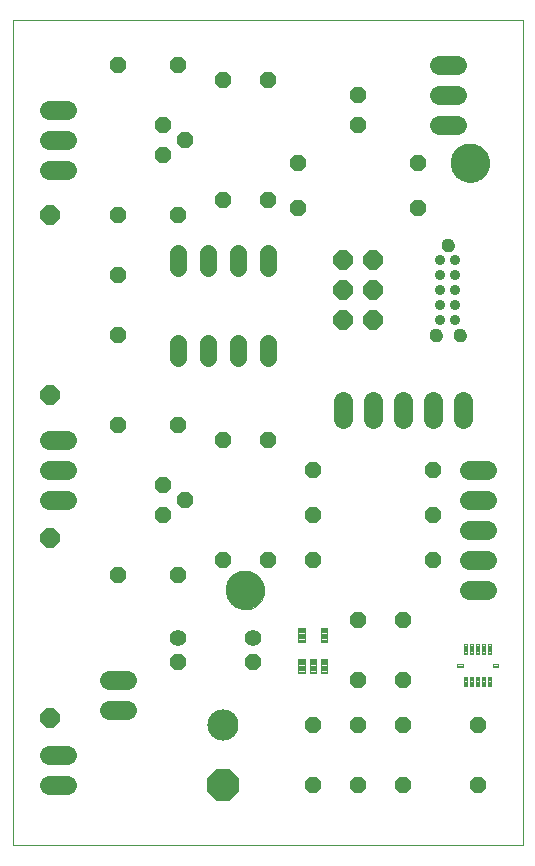
<source format=gts>
G75*
G70*
%OFA0B0*%
%FSLAX24Y24*%
%IPPOS*%
%LPD*%
%AMOC8*
5,1,8,0,0,1.08239X$1,22.5*
%
%ADD10C,0.0000*%
%ADD11C,0.1300*%
%ADD12C,0.0640*%
%ADD13C,0.0041*%
%ADD14C,0.1040*%
%ADD15OC8,0.1040*%
%ADD16OC8,0.0560*%
%ADD17C,0.0560*%
%ADD18C,0.0560*%
%ADD19OC8,0.0640*%
%ADD20C,0.0440*%
%ADD21C,0.0350*%
%ADD22C,0.0040*%
D10*
X003003Y000151D02*
X003003Y027651D01*
X020003Y027651D01*
X019996Y000151D01*
X003003Y000151D01*
X010123Y008651D02*
X010125Y008701D01*
X010131Y008751D01*
X010141Y008800D01*
X010155Y008848D01*
X010172Y008895D01*
X010193Y008940D01*
X010218Y008984D01*
X010246Y009025D01*
X010278Y009064D01*
X010312Y009101D01*
X010349Y009135D01*
X010389Y009165D01*
X010431Y009192D01*
X010475Y009216D01*
X010521Y009237D01*
X010568Y009253D01*
X010616Y009266D01*
X010666Y009275D01*
X010715Y009280D01*
X010766Y009281D01*
X010816Y009278D01*
X010865Y009271D01*
X010914Y009260D01*
X010962Y009245D01*
X011008Y009227D01*
X011053Y009205D01*
X011096Y009179D01*
X011137Y009150D01*
X011176Y009118D01*
X011212Y009083D01*
X011244Y009045D01*
X011274Y009005D01*
X011301Y008962D01*
X011324Y008918D01*
X011343Y008872D01*
X011359Y008824D01*
X011371Y008775D01*
X011379Y008726D01*
X011383Y008676D01*
X011383Y008626D01*
X011379Y008576D01*
X011371Y008527D01*
X011359Y008478D01*
X011343Y008430D01*
X011324Y008384D01*
X011301Y008340D01*
X011274Y008297D01*
X011244Y008257D01*
X011212Y008219D01*
X011176Y008184D01*
X011137Y008152D01*
X011096Y008123D01*
X011053Y008097D01*
X011008Y008075D01*
X010962Y008057D01*
X010914Y008042D01*
X010865Y008031D01*
X010816Y008024D01*
X010766Y008021D01*
X010715Y008022D01*
X010666Y008027D01*
X010616Y008036D01*
X010568Y008049D01*
X010521Y008065D01*
X010475Y008086D01*
X010431Y008110D01*
X010389Y008137D01*
X010349Y008167D01*
X010312Y008201D01*
X010278Y008238D01*
X010246Y008277D01*
X010218Y008318D01*
X010193Y008362D01*
X010172Y008407D01*
X010155Y008454D01*
X010141Y008502D01*
X010131Y008551D01*
X010125Y008601D01*
X010123Y008651D01*
X016903Y017151D02*
X016905Y017179D01*
X016911Y017206D01*
X016920Y017232D01*
X016933Y017257D01*
X016950Y017280D01*
X016969Y017300D01*
X016991Y017317D01*
X017015Y017331D01*
X017041Y017341D01*
X017068Y017348D01*
X017096Y017351D01*
X017124Y017350D01*
X017151Y017345D01*
X017178Y017336D01*
X017203Y017324D01*
X017226Y017309D01*
X017247Y017290D01*
X017265Y017269D01*
X017280Y017245D01*
X017291Y017219D01*
X017299Y017193D01*
X017303Y017165D01*
X017303Y017137D01*
X017299Y017109D01*
X017291Y017083D01*
X017280Y017057D01*
X017265Y017033D01*
X017247Y017012D01*
X017226Y016993D01*
X017203Y016978D01*
X017178Y016966D01*
X017151Y016957D01*
X017124Y016952D01*
X017096Y016951D01*
X017068Y016954D01*
X017041Y016961D01*
X017015Y016971D01*
X016991Y016985D01*
X016969Y017002D01*
X016950Y017022D01*
X016933Y017045D01*
X016920Y017070D01*
X016911Y017096D01*
X016905Y017123D01*
X016903Y017151D01*
X017703Y017151D02*
X017705Y017179D01*
X017711Y017206D01*
X017720Y017232D01*
X017733Y017257D01*
X017750Y017280D01*
X017769Y017300D01*
X017791Y017317D01*
X017815Y017331D01*
X017841Y017341D01*
X017868Y017348D01*
X017896Y017351D01*
X017924Y017350D01*
X017951Y017345D01*
X017978Y017336D01*
X018003Y017324D01*
X018026Y017309D01*
X018047Y017290D01*
X018065Y017269D01*
X018080Y017245D01*
X018091Y017219D01*
X018099Y017193D01*
X018103Y017165D01*
X018103Y017137D01*
X018099Y017109D01*
X018091Y017083D01*
X018080Y017057D01*
X018065Y017033D01*
X018047Y017012D01*
X018026Y016993D01*
X018003Y016978D01*
X017978Y016966D01*
X017951Y016957D01*
X017924Y016952D01*
X017896Y016951D01*
X017868Y016954D01*
X017841Y016961D01*
X017815Y016971D01*
X017791Y016985D01*
X017769Y017002D01*
X017750Y017022D01*
X017733Y017045D01*
X017720Y017070D01*
X017711Y017096D01*
X017705Y017123D01*
X017703Y017151D01*
X017303Y020151D02*
X017305Y020179D01*
X017311Y020206D01*
X017320Y020232D01*
X017333Y020257D01*
X017350Y020280D01*
X017369Y020300D01*
X017391Y020317D01*
X017415Y020331D01*
X017441Y020341D01*
X017468Y020348D01*
X017496Y020351D01*
X017524Y020350D01*
X017551Y020345D01*
X017578Y020336D01*
X017603Y020324D01*
X017626Y020309D01*
X017647Y020290D01*
X017665Y020269D01*
X017680Y020245D01*
X017691Y020219D01*
X017699Y020193D01*
X017703Y020165D01*
X017703Y020137D01*
X017699Y020109D01*
X017691Y020083D01*
X017680Y020057D01*
X017665Y020033D01*
X017647Y020012D01*
X017626Y019993D01*
X017603Y019978D01*
X017578Y019966D01*
X017551Y019957D01*
X017524Y019952D01*
X017496Y019951D01*
X017468Y019954D01*
X017441Y019961D01*
X017415Y019971D01*
X017391Y019985D01*
X017369Y020002D01*
X017350Y020022D01*
X017333Y020045D01*
X017320Y020070D01*
X017311Y020096D01*
X017305Y020123D01*
X017303Y020151D01*
X017623Y022901D02*
X017625Y022951D01*
X017631Y023001D01*
X017641Y023050D01*
X017655Y023098D01*
X017672Y023145D01*
X017693Y023190D01*
X017718Y023234D01*
X017746Y023275D01*
X017778Y023314D01*
X017812Y023351D01*
X017849Y023385D01*
X017889Y023415D01*
X017931Y023442D01*
X017975Y023466D01*
X018021Y023487D01*
X018068Y023503D01*
X018116Y023516D01*
X018166Y023525D01*
X018215Y023530D01*
X018266Y023531D01*
X018316Y023528D01*
X018365Y023521D01*
X018414Y023510D01*
X018462Y023495D01*
X018508Y023477D01*
X018553Y023455D01*
X018596Y023429D01*
X018637Y023400D01*
X018676Y023368D01*
X018712Y023333D01*
X018744Y023295D01*
X018774Y023255D01*
X018801Y023212D01*
X018824Y023168D01*
X018843Y023122D01*
X018859Y023074D01*
X018871Y023025D01*
X018879Y022976D01*
X018883Y022926D01*
X018883Y022876D01*
X018879Y022826D01*
X018871Y022777D01*
X018859Y022728D01*
X018843Y022680D01*
X018824Y022634D01*
X018801Y022590D01*
X018774Y022547D01*
X018744Y022507D01*
X018712Y022469D01*
X018676Y022434D01*
X018637Y022402D01*
X018596Y022373D01*
X018553Y022347D01*
X018508Y022325D01*
X018462Y022307D01*
X018414Y022292D01*
X018365Y022281D01*
X018316Y022274D01*
X018266Y022271D01*
X018215Y022272D01*
X018166Y022277D01*
X018116Y022286D01*
X018068Y022299D01*
X018021Y022315D01*
X017975Y022336D01*
X017931Y022360D01*
X017889Y022387D01*
X017849Y022417D01*
X017812Y022451D01*
X017778Y022488D01*
X017746Y022527D01*
X017718Y022568D01*
X017693Y022612D01*
X017672Y022657D01*
X017655Y022704D01*
X017641Y022752D01*
X017631Y022801D01*
X017625Y022851D01*
X017623Y022901D01*
D11*
X018253Y022901D03*
X010753Y008651D03*
D12*
X006803Y005651D02*
X006203Y005651D01*
X006203Y004651D02*
X006803Y004651D01*
X004803Y003151D02*
X004203Y003151D01*
X004203Y002151D02*
X004803Y002151D01*
X004803Y011651D02*
X004203Y011651D01*
X004203Y012651D02*
X004803Y012651D01*
X004803Y013651D02*
X004203Y013651D01*
X004203Y022651D02*
X004803Y022651D01*
X004803Y023651D02*
X004203Y023651D01*
X004203Y024651D02*
X004803Y024651D01*
X014003Y014951D02*
X014003Y014351D01*
X015003Y014351D02*
X015003Y014951D01*
X016003Y014951D02*
X016003Y014351D01*
X017003Y014351D02*
X017003Y014951D01*
X018003Y014951D02*
X018003Y014351D01*
X018203Y012651D02*
X018803Y012651D01*
X018803Y011651D02*
X018203Y011651D01*
X018203Y010651D02*
X018803Y010651D01*
X018803Y009651D02*
X018203Y009651D01*
X018203Y008651D02*
X018803Y008651D01*
X017803Y024151D02*
X017203Y024151D01*
X017203Y025151D02*
X017803Y025151D01*
X017803Y026151D02*
X017203Y026151D01*
D13*
X013485Y006927D02*
X013269Y006927D01*
X013269Y007399D01*
X013485Y007399D01*
X013485Y006927D01*
X013485Y006967D02*
X013269Y006967D01*
X013269Y007007D02*
X013485Y007007D01*
X013485Y007047D02*
X013269Y007047D01*
X013269Y007087D02*
X013485Y007087D01*
X013485Y007127D02*
X013269Y007127D01*
X013269Y007167D02*
X013485Y007167D01*
X013485Y007207D02*
X013269Y007207D01*
X013269Y007247D02*
X013485Y007247D01*
X013485Y007287D02*
X013269Y007287D01*
X013269Y007327D02*
X013485Y007327D01*
X013485Y007367D02*
X013269Y007367D01*
X012737Y006927D02*
X012521Y006927D01*
X012521Y007399D01*
X012737Y007399D01*
X012737Y006927D01*
X012737Y006967D02*
X012521Y006967D01*
X012521Y007007D02*
X012737Y007007D01*
X012737Y007047D02*
X012521Y007047D01*
X012521Y007087D02*
X012737Y007087D01*
X012737Y007127D02*
X012521Y007127D01*
X012521Y007167D02*
X012737Y007167D01*
X012737Y007207D02*
X012521Y007207D01*
X012521Y007247D02*
X012737Y007247D01*
X012737Y007287D02*
X012521Y007287D01*
X012521Y007327D02*
X012737Y007327D01*
X012737Y007367D02*
X012521Y007367D01*
X012521Y005903D02*
X012737Y005903D01*
X012521Y005903D02*
X012521Y006375D01*
X012737Y006375D01*
X012737Y005903D01*
X012737Y005943D02*
X012521Y005943D01*
X012521Y005983D02*
X012737Y005983D01*
X012737Y006023D02*
X012521Y006023D01*
X012521Y006063D02*
X012737Y006063D01*
X012737Y006103D02*
X012521Y006103D01*
X012521Y006143D02*
X012737Y006143D01*
X012737Y006183D02*
X012521Y006183D01*
X012521Y006223D02*
X012737Y006223D01*
X012737Y006263D02*
X012521Y006263D01*
X012521Y006303D02*
X012737Y006303D01*
X012737Y006343D02*
X012521Y006343D01*
X012895Y005903D02*
X013111Y005903D01*
X012895Y005903D02*
X012895Y006375D01*
X013111Y006375D01*
X013111Y005903D01*
X013111Y005943D02*
X012895Y005943D01*
X012895Y005983D02*
X013111Y005983D01*
X013111Y006023D02*
X012895Y006023D01*
X012895Y006063D02*
X013111Y006063D01*
X013111Y006103D02*
X012895Y006103D01*
X012895Y006143D02*
X013111Y006143D01*
X013111Y006183D02*
X012895Y006183D01*
X012895Y006223D02*
X013111Y006223D01*
X013111Y006263D02*
X012895Y006263D01*
X012895Y006303D02*
X013111Y006303D01*
X013111Y006343D02*
X012895Y006343D01*
X013269Y005903D02*
X013485Y005903D01*
X013269Y005903D02*
X013269Y006375D01*
X013485Y006375D01*
X013485Y005903D01*
X013485Y005943D02*
X013269Y005943D01*
X013269Y005983D02*
X013485Y005983D01*
X013485Y006023D02*
X013269Y006023D01*
X013269Y006063D02*
X013485Y006063D01*
X013485Y006103D02*
X013269Y006103D01*
X013269Y006143D02*
X013485Y006143D01*
X013485Y006183D02*
X013269Y006183D01*
X013269Y006223D02*
X013485Y006223D01*
X013485Y006263D02*
X013269Y006263D01*
X013269Y006303D02*
X013485Y006303D01*
X013485Y006343D02*
X013269Y006343D01*
D14*
X010003Y004151D03*
D15*
X010003Y002151D03*
D16*
X013003Y002151D03*
X014503Y002151D03*
X014503Y004151D03*
X014503Y005651D03*
X014503Y007651D03*
X013003Y009651D03*
X013003Y011151D03*
X013003Y012651D03*
X011503Y013651D03*
X010003Y013651D03*
X008503Y014151D03*
X008003Y012151D03*
X008003Y011151D03*
X008753Y011651D03*
X010003Y009651D03*
X008503Y009151D03*
X006503Y009151D03*
X008503Y006251D03*
X011003Y006251D03*
X013003Y004151D03*
X016003Y004151D03*
X016003Y005651D03*
X016003Y007651D03*
X017003Y009651D03*
X017003Y011151D03*
X017003Y012651D03*
X011503Y009651D03*
X006503Y014151D03*
X006503Y017151D03*
X006503Y019151D03*
X006503Y021151D03*
X008003Y023151D03*
X008003Y024151D03*
X008753Y023651D03*
X010003Y025651D03*
X008503Y026151D03*
X006503Y026151D03*
X010003Y021651D03*
X008503Y021151D03*
X011503Y021651D03*
X012503Y021401D03*
X012503Y022901D03*
X014503Y024151D03*
X014503Y025151D03*
X016503Y022901D03*
X016503Y021401D03*
X011503Y025651D03*
X018503Y004151D03*
X018503Y002151D03*
X016003Y002151D03*
D17*
X011003Y007051D03*
X008503Y007051D03*
D18*
X008503Y016391D02*
X008503Y016911D01*
X009503Y016911D02*
X009503Y016391D01*
X010503Y016391D02*
X010503Y016911D01*
X011503Y016911D02*
X011503Y016391D01*
X011503Y019391D02*
X011503Y019911D01*
X010503Y019911D02*
X010503Y019391D01*
X009503Y019391D02*
X009503Y019911D01*
X008503Y019911D02*
X008503Y019391D01*
D19*
X004253Y021151D03*
X004253Y015151D03*
X004253Y010401D03*
X004253Y004401D03*
X014003Y017651D03*
X014003Y018651D03*
X014003Y019651D03*
X015003Y019651D03*
X015003Y018651D03*
X015003Y017651D03*
D20*
X017103Y017151D03*
X017903Y017151D03*
X017503Y020151D03*
D21*
X017253Y019651D03*
X017253Y019151D03*
X017253Y018651D03*
X017253Y018151D03*
X017253Y017651D03*
X017753Y017651D03*
X017753Y018151D03*
X017753Y018651D03*
X017753Y019151D03*
X017753Y019651D03*
D22*
X018061Y006850D02*
X018061Y006536D01*
X018061Y006850D02*
X018159Y006850D01*
X018159Y006536D01*
X018061Y006536D01*
X018061Y006575D02*
X018159Y006575D01*
X018159Y006614D02*
X018061Y006614D01*
X018061Y006653D02*
X018159Y006653D01*
X018159Y006692D02*
X018061Y006692D01*
X018061Y006731D02*
X018159Y006731D01*
X018159Y006770D02*
X018061Y006770D01*
X018061Y006809D02*
X018159Y006809D01*
X018159Y006848D02*
X018061Y006848D01*
X018258Y006850D02*
X018258Y006536D01*
X018258Y006850D02*
X018356Y006850D01*
X018356Y006536D01*
X018258Y006536D01*
X018258Y006575D02*
X018356Y006575D01*
X018356Y006614D02*
X018258Y006614D01*
X018258Y006653D02*
X018356Y006653D01*
X018356Y006692D02*
X018258Y006692D01*
X018258Y006731D02*
X018356Y006731D01*
X018356Y006770D02*
X018258Y006770D01*
X018258Y006809D02*
X018356Y006809D01*
X018356Y006848D02*
X018258Y006848D01*
X018454Y006850D02*
X018454Y006536D01*
X018454Y006850D02*
X018552Y006850D01*
X018552Y006536D01*
X018454Y006536D01*
X018454Y006575D02*
X018552Y006575D01*
X018552Y006614D02*
X018454Y006614D01*
X018454Y006653D02*
X018552Y006653D01*
X018552Y006692D02*
X018454Y006692D01*
X018454Y006731D02*
X018552Y006731D01*
X018552Y006770D02*
X018454Y006770D01*
X018454Y006809D02*
X018552Y006809D01*
X018552Y006848D02*
X018454Y006848D01*
X018651Y006850D02*
X018651Y006536D01*
X018651Y006850D02*
X018749Y006850D01*
X018749Y006536D01*
X018651Y006536D01*
X018651Y006575D02*
X018749Y006575D01*
X018749Y006614D02*
X018651Y006614D01*
X018651Y006653D02*
X018749Y006653D01*
X018749Y006692D02*
X018651Y006692D01*
X018651Y006731D02*
X018749Y006731D01*
X018749Y006770D02*
X018651Y006770D01*
X018651Y006809D02*
X018749Y006809D01*
X018749Y006848D02*
X018651Y006848D01*
X018848Y006850D02*
X018848Y006536D01*
X018848Y006850D02*
X018946Y006850D01*
X018946Y006536D01*
X018848Y006536D01*
X018848Y006575D02*
X018946Y006575D01*
X018946Y006614D02*
X018848Y006614D01*
X018848Y006653D02*
X018946Y006653D01*
X018946Y006692D02*
X018848Y006692D01*
X018848Y006731D02*
X018946Y006731D01*
X018946Y006770D02*
X018848Y006770D01*
X018848Y006809D02*
X018946Y006809D01*
X018946Y006848D02*
X018848Y006848D01*
X018996Y006200D02*
X019192Y006200D01*
X019192Y006102D01*
X018996Y006102D01*
X018996Y006200D01*
X018996Y006141D02*
X019192Y006141D01*
X019192Y006180D02*
X018996Y006180D01*
X018946Y005767D02*
X018946Y005453D01*
X018848Y005453D01*
X018848Y005767D01*
X018946Y005767D01*
X018946Y005492D02*
X018848Y005492D01*
X018848Y005531D02*
X018946Y005531D01*
X018946Y005570D02*
X018848Y005570D01*
X018848Y005609D02*
X018946Y005609D01*
X018946Y005648D02*
X018848Y005648D01*
X018848Y005687D02*
X018946Y005687D01*
X018946Y005726D02*
X018848Y005726D01*
X018848Y005765D02*
X018946Y005765D01*
X018749Y005767D02*
X018749Y005453D01*
X018651Y005453D01*
X018651Y005767D01*
X018749Y005767D01*
X018749Y005492D02*
X018651Y005492D01*
X018651Y005531D02*
X018749Y005531D01*
X018749Y005570D02*
X018651Y005570D01*
X018651Y005609D02*
X018749Y005609D01*
X018749Y005648D02*
X018651Y005648D01*
X018651Y005687D02*
X018749Y005687D01*
X018749Y005726D02*
X018651Y005726D01*
X018651Y005765D02*
X018749Y005765D01*
X018552Y005767D02*
X018552Y005453D01*
X018454Y005453D01*
X018454Y005767D01*
X018552Y005767D01*
X018552Y005492D02*
X018454Y005492D01*
X018454Y005531D02*
X018552Y005531D01*
X018552Y005570D02*
X018454Y005570D01*
X018454Y005609D02*
X018552Y005609D01*
X018552Y005648D02*
X018454Y005648D01*
X018454Y005687D02*
X018552Y005687D01*
X018552Y005726D02*
X018454Y005726D01*
X018454Y005765D02*
X018552Y005765D01*
X018356Y005767D02*
X018356Y005453D01*
X018258Y005453D01*
X018258Y005767D01*
X018356Y005767D01*
X018356Y005492D02*
X018258Y005492D01*
X018258Y005531D02*
X018356Y005531D01*
X018356Y005570D02*
X018258Y005570D01*
X018258Y005609D02*
X018356Y005609D01*
X018356Y005648D02*
X018258Y005648D01*
X018258Y005687D02*
X018356Y005687D01*
X018356Y005726D02*
X018258Y005726D01*
X018258Y005765D02*
X018356Y005765D01*
X018159Y005767D02*
X018159Y005453D01*
X018061Y005453D01*
X018061Y005767D01*
X018159Y005767D01*
X018159Y005492D02*
X018061Y005492D01*
X018061Y005531D02*
X018159Y005531D01*
X018159Y005570D02*
X018061Y005570D01*
X018061Y005609D02*
X018159Y005609D01*
X018159Y005648D02*
X018061Y005648D01*
X018061Y005687D02*
X018159Y005687D01*
X018159Y005726D02*
X018061Y005726D01*
X018061Y005765D02*
X018159Y005765D01*
X018011Y006200D02*
X017815Y006200D01*
X018011Y006200D02*
X018011Y006102D01*
X017815Y006102D01*
X017815Y006200D01*
X017815Y006141D02*
X018011Y006141D01*
X018011Y006180D02*
X017815Y006180D01*
M02*

</source>
